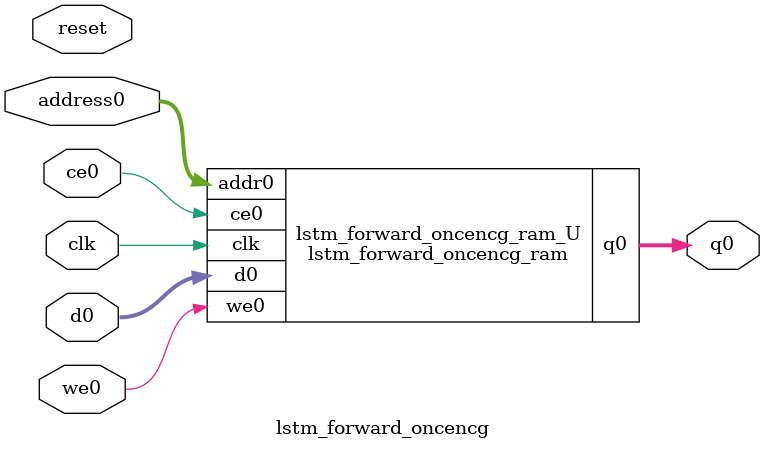
<source format=v>
`timescale 1 ns / 1 ps
module lstm_forward_oncencg_ram (addr0, ce0, d0, we0, q0,  clk);

parameter DWIDTH = 32;
parameter AWIDTH = 7;
parameter MEM_SIZE = 128;

input[AWIDTH-1:0] addr0;
input ce0;
input[DWIDTH-1:0] d0;
input we0;
output reg[DWIDTH-1:0] q0;
input clk;

(* ram_style = "block" *)reg [DWIDTH-1:0] ram[0:MEM_SIZE-1];




always @(posedge clk)  
begin 
    if (ce0) 
    begin
        if (we0) 
        begin 
            ram[addr0] <= d0; 
        end 
        q0 <= ram[addr0];
    end
end


endmodule

`timescale 1 ns / 1 ps
module lstm_forward_oncencg(
    reset,
    clk,
    address0,
    ce0,
    we0,
    d0,
    q0);

parameter DataWidth = 32'd32;
parameter AddressRange = 32'd128;
parameter AddressWidth = 32'd7;
input reset;
input clk;
input[AddressWidth - 1:0] address0;
input ce0;
input we0;
input[DataWidth - 1:0] d0;
output[DataWidth - 1:0] q0;



lstm_forward_oncencg_ram lstm_forward_oncencg_ram_U(
    .clk( clk ),
    .addr0( address0 ),
    .ce0( ce0 ),
    .we0( we0 ),
    .d0( d0 ),
    .q0( q0 ));

endmodule


</source>
